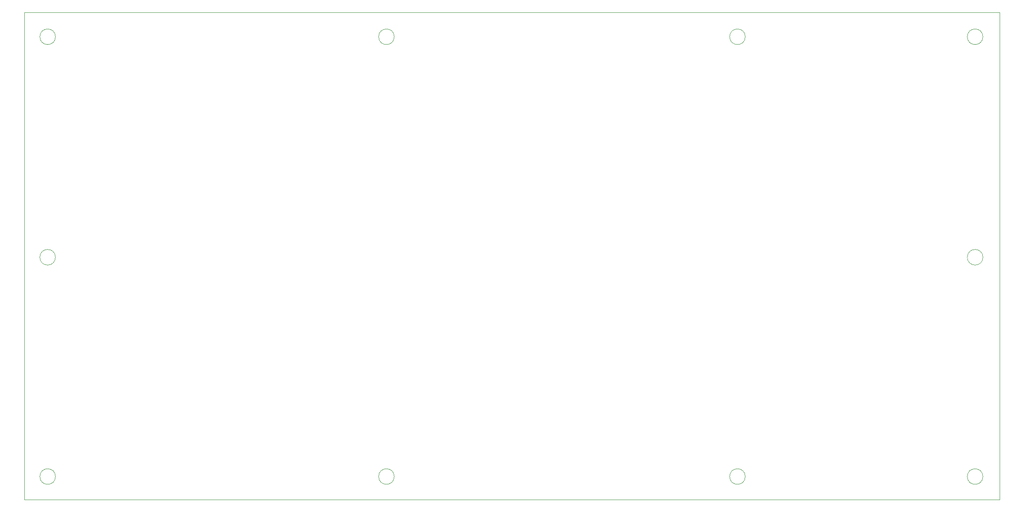
<source format=gm1>
G04 #@! TF.GenerationSoftware,KiCad,Pcbnew,8.0.2*
G04 #@! TF.CreationDate,2024-08-15T15:23:23+09:00*
G04 #@! TF.ProjectId,analog_separate,616e616c-6f67-45f7-9365-706172617465,rev?*
G04 #@! TF.SameCoordinates,Original*
G04 #@! TF.FileFunction,Profile,NP*
%FSLAX46Y46*%
G04 Gerber Fmt 4.6, Leading zero omitted, Abs format (unit mm)*
G04 Created by KiCad (PCBNEW 8.0.2) date 2024-08-15 15:23:23*
%MOMM*%
%LPD*%
G01*
G04 APERTURE LIST*
G04 #@! TA.AperFunction,Profile*
%ADD10C,0.050000*%
G04 #@! TD*
G04 APERTURE END LIST*
D10*
X42100000Y-90000000D02*
G75*
G02*
X38900000Y-90000000I-1600000J0D01*
G01*
X38900000Y-90000000D02*
G75*
G02*
X42100000Y-90000000I1600000J0D01*
G01*
X232350000Y-135000000D02*
G75*
G02*
X229150000Y-135000000I-1600000J0D01*
G01*
X229150000Y-135000000D02*
G75*
G02*
X232350000Y-135000000I1600000J0D01*
G01*
X183600000Y-135000000D02*
G75*
G02*
X180400000Y-135000000I-1600000J0D01*
G01*
X180400000Y-135000000D02*
G75*
G02*
X183600000Y-135000000I1600000J0D01*
G01*
X232350000Y-90000000D02*
G75*
G02*
X229150000Y-90000000I-1600000J0D01*
G01*
X229150000Y-90000000D02*
G75*
G02*
X232350000Y-90000000I1600000J0D01*
G01*
X183600000Y-44750000D02*
G75*
G02*
X180400000Y-44750000I-1600000J0D01*
G01*
X180400000Y-44750000D02*
G75*
G02*
X183600000Y-44750000I1600000J0D01*
G01*
X232350000Y-44750000D02*
G75*
G02*
X229150000Y-44750000I-1600000J0D01*
G01*
X229150000Y-44750000D02*
G75*
G02*
X232350000Y-44750000I1600000J0D01*
G01*
X42100000Y-135000000D02*
G75*
G02*
X38900000Y-135000000I-1600000J0D01*
G01*
X38900000Y-135000000D02*
G75*
G02*
X42100000Y-135000000I1600000J0D01*
G01*
X35750000Y-39750000D02*
X235750000Y-39750000D01*
X235750000Y-139750000D01*
X35750000Y-139750000D01*
X35750000Y-39750000D01*
X111600000Y-135000000D02*
G75*
G02*
X108400000Y-135000000I-1600000J0D01*
G01*
X108400000Y-135000000D02*
G75*
G02*
X111600000Y-135000000I1600000J0D01*
G01*
X42100000Y-44750000D02*
G75*
G02*
X38900000Y-44750000I-1600000J0D01*
G01*
X38900000Y-44750000D02*
G75*
G02*
X42100000Y-44750000I1600000J0D01*
G01*
X111600000Y-44750000D02*
G75*
G02*
X108400000Y-44750000I-1600000J0D01*
G01*
X108400000Y-44750000D02*
G75*
G02*
X111600000Y-44750000I1600000J0D01*
G01*
M02*

</source>
